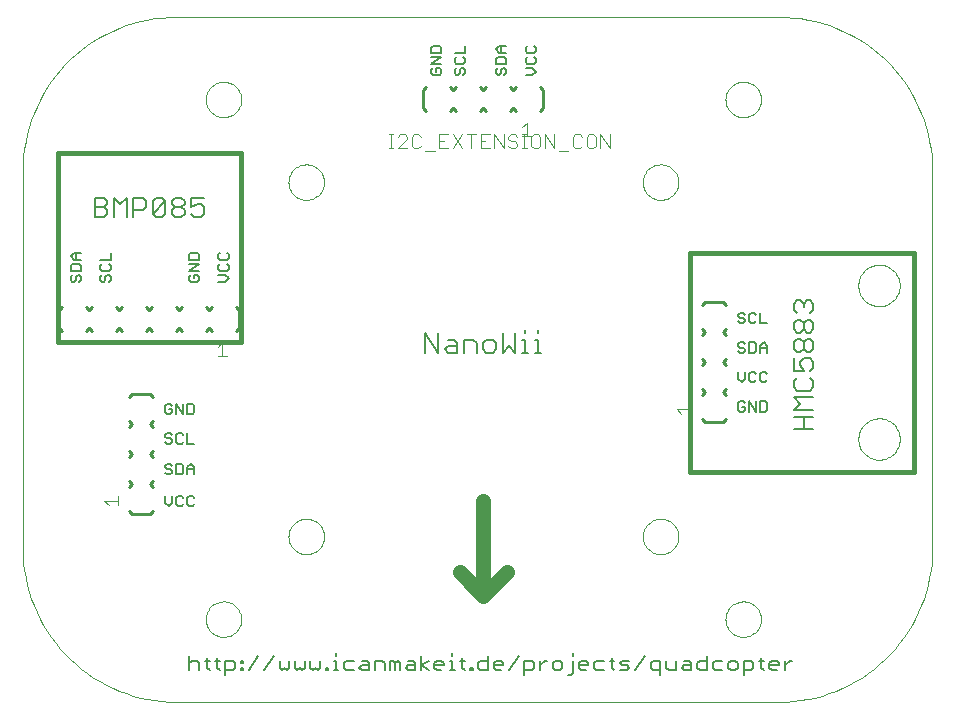
<source format=gto>
G75*
G70*
%OFA0B0*%
%FSLAX24Y24*%
%IPPOS*%
%LPD*%
%AMOC8*
5,1,8,0,0,1.08239X$1,22.5*
%
%ADD10C,0.0000*%
%ADD11C,0.0500*%
%ADD12C,0.0160*%
%ADD13C,0.0060*%
%ADD14C,0.0080*%
%ADD15C,0.0040*%
%ADD16C,0.0100*%
D10*
X005298Y000180D02*
X025377Y000180D01*
X023605Y002936D02*
X023607Y002984D01*
X023613Y003032D01*
X023623Y003079D01*
X023636Y003125D01*
X023654Y003170D01*
X023674Y003214D01*
X023699Y003256D01*
X023727Y003295D01*
X023757Y003332D01*
X023791Y003366D01*
X023828Y003398D01*
X023866Y003427D01*
X023907Y003452D01*
X023950Y003474D01*
X023995Y003492D01*
X024041Y003506D01*
X024088Y003517D01*
X024136Y003524D01*
X024184Y003527D01*
X024232Y003526D01*
X024280Y003521D01*
X024328Y003512D01*
X024374Y003500D01*
X024419Y003483D01*
X024463Y003463D01*
X024505Y003440D01*
X024545Y003413D01*
X024583Y003383D01*
X024618Y003350D01*
X024650Y003314D01*
X024680Y003276D01*
X024706Y003235D01*
X024728Y003192D01*
X024748Y003148D01*
X024763Y003103D01*
X024775Y003056D01*
X024783Y003008D01*
X024787Y002960D01*
X024787Y002912D01*
X024783Y002864D01*
X024775Y002816D01*
X024763Y002769D01*
X024748Y002724D01*
X024728Y002680D01*
X024706Y002637D01*
X024680Y002596D01*
X024650Y002558D01*
X024618Y002522D01*
X024583Y002489D01*
X024545Y002459D01*
X024505Y002432D01*
X024463Y002409D01*
X024419Y002389D01*
X024374Y002372D01*
X024328Y002360D01*
X024280Y002351D01*
X024232Y002346D01*
X024184Y002345D01*
X024136Y002348D01*
X024088Y002355D01*
X024041Y002366D01*
X023995Y002380D01*
X023950Y002398D01*
X023907Y002420D01*
X023866Y002445D01*
X023828Y002474D01*
X023791Y002506D01*
X023757Y002540D01*
X023727Y002577D01*
X023699Y002616D01*
X023674Y002658D01*
X023654Y002702D01*
X023636Y002747D01*
X023623Y002793D01*
X023613Y002840D01*
X023607Y002888D01*
X023605Y002936D01*
X025377Y000180D02*
X025621Y000186D01*
X025863Y000203D01*
X026105Y000232D01*
X026346Y000272D01*
X026584Y000324D01*
X026819Y000387D01*
X027051Y000461D01*
X027279Y000547D01*
X027503Y000643D01*
X027722Y000749D01*
X027936Y000866D01*
X028144Y000992D01*
X028346Y001129D01*
X028541Y001275D01*
X028729Y001430D01*
X028909Y001594D01*
X029081Y001766D01*
X029245Y001946D01*
X029400Y002134D01*
X029546Y002329D01*
X029683Y002531D01*
X029809Y002739D01*
X029926Y002953D01*
X030032Y003172D01*
X030128Y003396D01*
X030214Y003624D01*
X030288Y003856D01*
X030351Y004091D01*
X030403Y004329D01*
X030443Y004570D01*
X030472Y004812D01*
X030489Y005054D01*
X030495Y005298D01*
X030495Y017897D01*
X028034Y014058D02*
X028036Y014110D01*
X028042Y014162D01*
X028052Y014213D01*
X028065Y014263D01*
X028083Y014313D01*
X028104Y014360D01*
X028128Y014406D01*
X028157Y014450D01*
X028188Y014492D01*
X028222Y014531D01*
X028259Y014568D01*
X028299Y014601D01*
X028342Y014632D01*
X028386Y014659D01*
X028432Y014683D01*
X028481Y014703D01*
X028530Y014719D01*
X028581Y014732D01*
X028632Y014741D01*
X028684Y014746D01*
X028736Y014747D01*
X028788Y014744D01*
X028840Y014737D01*
X028891Y014726D01*
X028941Y014712D01*
X028990Y014693D01*
X029037Y014671D01*
X029082Y014646D01*
X029126Y014617D01*
X029167Y014585D01*
X029206Y014550D01*
X029241Y014512D01*
X029274Y014471D01*
X029304Y014429D01*
X029330Y014384D01*
X029353Y014337D01*
X029372Y014288D01*
X029388Y014238D01*
X029400Y014188D01*
X029408Y014136D01*
X029412Y014084D01*
X029412Y014032D01*
X029408Y013980D01*
X029400Y013928D01*
X029388Y013878D01*
X029372Y013828D01*
X029353Y013779D01*
X029330Y013732D01*
X029304Y013687D01*
X029274Y013645D01*
X029241Y013604D01*
X029206Y013566D01*
X029167Y013531D01*
X029126Y013499D01*
X029082Y013470D01*
X029037Y013445D01*
X028990Y013423D01*
X028941Y013404D01*
X028891Y013390D01*
X028840Y013379D01*
X028788Y013372D01*
X028736Y013369D01*
X028684Y013370D01*
X028632Y013375D01*
X028581Y013384D01*
X028530Y013397D01*
X028481Y013413D01*
X028432Y013433D01*
X028386Y013457D01*
X028342Y013484D01*
X028299Y013515D01*
X028259Y013548D01*
X028222Y013585D01*
X028188Y013624D01*
X028157Y013666D01*
X028128Y013710D01*
X028104Y013756D01*
X028083Y013803D01*
X028065Y013853D01*
X028052Y013903D01*
X028042Y013954D01*
X028036Y014006D01*
X028034Y014058D01*
X030495Y017897D02*
X030489Y018141D01*
X030472Y018383D01*
X030443Y018625D01*
X030403Y018866D01*
X030351Y019104D01*
X030288Y019339D01*
X030214Y019571D01*
X030128Y019799D01*
X030032Y020023D01*
X029926Y020242D01*
X029809Y020456D01*
X029683Y020664D01*
X029546Y020866D01*
X029400Y021061D01*
X029245Y021249D01*
X029081Y021429D01*
X028909Y021601D01*
X028729Y021765D01*
X028541Y021920D01*
X028346Y022066D01*
X028144Y022203D01*
X027936Y022329D01*
X027722Y022446D01*
X027503Y022552D01*
X027279Y022648D01*
X027051Y022734D01*
X026819Y022808D01*
X026584Y022871D01*
X026346Y022923D01*
X026105Y022963D01*
X025863Y022992D01*
X025621Y023009D01*
X025377Y023015D01*
X005298Y023015D01*
X006282Y020259D02*
X006284Y020307D01*
X006290Y020355D01*
X006300Y020402D01*
X006313Y020448D01*
X006331Y020493D01*
X006351Y020537D01*
X006376Y020579D01*
X006404Y020618D01*
X006434Y020655D01*
X006468Y020689D01*
X006505Y020721D01*
X006543Y020750D01*
X006584Y020775D01*
X006627Y020797D01*
X006672Y020815D01*
X006718Y020829D01*
X006765Y020840D01*
X006813Y020847D01*
X006861Y020850D01*
X006909Y020849D01*
X006957Y020844D01*
X007005Y020835D01*
X007051Y020823D01*
X007096Y020806D01*
X007140Y020786D01*
X007182Y020763D01*
X007222Y020736D01*
X007260Y020706D01*
X007295Y020673D01*
X007327Y020637D01*
X007357Y020599D01*
X007383Y020558D01*
X007405Y020515D01*
X007425Y020471D01*
X007440Y020426D01*
X007452Y020379D01*
X007460Y020331D01*
X007464Y020283D01*
X007464Y020235D01*
X007460Y020187D01*
X007452Y020139D01*
X007440Y020092D01*
X007425Y020047D01*
X007405Y020003D01*
X007383Y019960D01*
X007357Y019919D01*
X007327Y019881D01*
X007295Y019845D01*
X007260Y019812D01*
X007222Y019782D01*
X007182Y019755D01*
X007140Y019732D01*
X007096Y019712D01*
X007051Y019695D01*
X007005Y019683D01*
X006957Y019674D01*
X006909Y019669D01*
X006861Y019668D01*
X006813Y019671D01*
X006765Y019678D01*
X006718Y019689D01*
X006672Y019703D01*
X006627Y019721D01*
X006584Y019743D01*
X006543Y019768D01*
X006505Y019797D01*
X006468Y019829D01*
X006434Y019863D01*
X006404Y019900D01*
X006376Y019939D01*
X006351Y019981D01*
X006331Y020025D01*
X006313Y020070D01*
X006300Y020116D01*
X006290Y020163D01*
X006284Y020211D01*
X006282Y020259D01*
X005298Y023015D02*
X005054Y023009D01*
X004812Y022992D01*
X004570Y022963D01*
X004329Y022923D01*
X004091Y022871D01*
X003856Y022808D01*
X003624Y022734D01*
X003396Y022648D01*
X003172Y022552D01*
X002953Y022446D01*
X002739Y022329D01*
X002531Y022203D01*
X002329Y022066D01*
X002134Y021920D01*
X001946Y021765D01*
X001766Y021601D01*
X001594Y021429D01*
X001430Y021249D01*
X001275Y021061D01*
X001129Y020866D01*
X000992Y020664D01*
X000866Y020456D01*
X000749Y020242D01*
X000643Y020023D01*
X000547Y019799D01*
X000461Y019571D01*
X000387Y019339D01*
X000324Y019104D01*
X000272Y018866D01*
X000232Y018625D01*
X000203Y018383D01*
X000186Y018141D01*
X000180Y017897D01*
X000180Y005298D01*
X000186Y005054D01*
X000203Y004812D01*
X000232Y004570D01*
X000272Y004329D01*
X000324Y004091D01*
X000387Y003856D01*
X000461Y003624D01*
X000547Y003396D01*
X000643Y003172D01*
X000749Y002953D01*
X000866Y002739D01*
X000992Y002531D01*
X001129Y002329D01*
X001275Y002134D01*
X001430Y001946D01*
X001594Y001766D01*
X001766Y001594D01*
X001946Y001430D01*
X002134Y001275D01*
X002329Y001129D01*
X002531Y000992D01*
X002739Y000866D01*
X002953Y000749D01*
X003172Y000643D01*
X003396Y000547D01*
X003624Y000461D01*
X003856Y000387D01*
X004091Y000324D01*
X004329Y000272D01*
X004570Y000232D01*
X004812Y000203D01*
X005054Y000186D01*
X005298Y000180D01*
X006282Y002936D02*
X006284Y002984D01*
X006290Y003032D01*
X006300Y003079D01*
X006313Y003125D01*
X006331Y003170D01*
X006351Y003214D01*
X006376Y003256D01*
X006404Y003295D01*
X006434Y003332D01*
X006468Y003366D01*
X006505Y003398D01*
X006543Y003427D01*
X006584Y003452D01*
X006627Y003474D01*
X006672Y003492D01*
X006718Y003506D01*
X006765Y003517D01*
X006813Y003524D01*
X006861Y003527D01*
X006909Y003526D01*
X006957Y003521D01*
X007005Y003512D01*
X007051Y003500D01*
X007096Y003483D01*
X007140Y003463D01*
X007182Y003440D01*
X007222Y003413D01*
X007260Y003383D01*
X007295Y003350D01*
X007327Y003314D01*
X007357Y003276D01*
X007383Y003235D01*
X007405Y003192D01*
X007425Y003148D01*
X007440Y003103D01*
X007452Y003056D01*
X007460Y003008D01*
X007464Y002960D01*
X007464Y002912D01*
X007460Y002864D01*
X007452Y002816D01*
X007440Y002769D01*
X007425Y002724D01*
X007405Y002680D01*
X007383Y002637D01*
X007357Y002596D01*
X007327Y002558D01*
X007295Y002522D01*
X007260Y002489D01*
X007222Y002459D01*
X007182Y002432D01*
X007140Y002409D01*
X007096Y002389D01*
X007051Y002372D01*
X007005Y002360D01*
X006957Y002351D01*
X006909Y002346D01*
X006861Y002345D01*
X006813Y002348D01*
X006765Y002355D01*
X006718Y002366D01*
X006672Y002380D01*
X006627Y002398D01*
X006584Y002420D01*
X006543Y002445D01*
X006505Y002474D01*
X006468Y002506D01*
X006434Y002540D01*
X006404Y002577D01*
X006376Y002616D01*
X006351Y002658D01*
X006331Y002702D01*
X006313Y002747D01*
X006300Y002793D01*
X006290Y002840D01*
X006284Y002888D01*
X006282Y002936D01*
X009038Y005692D02*
X009040Y005740D01*
X009046Y005788D01*
X009056Y005835D01*
X009069Y005881D01*
X009087Y005926D01*
X009107Y005970D01*
X009132Y006012D01*
X009160Y006051D01*
X009190Y006088D01*
X009224Y006122D01*
X009261Y006154D01*
X009299Y006183D01*
X009340Y006208D01*
X009383Y006230D01*
X009428Y006248D01*
X009474Y006262D01*
X009521Y006273D01*
X009569Y006280D01*
X009617Y006283D01*
X009665Y006282D01*
X009713Y006277D01*
X009761Y006268D01*
X009807Y006256D01*
X009852Y006239D01*
X009896Y006219D01*
X009938Y006196D01*
X009978Y006169D01*
X010016Y006139D01*
X010051Y006106D01*
X010083Y006070D01*
X010113Y006032D01*
X010139Y005991D01*
X010161Y005948D01*
X010181Y005904D01*
X010196Y005859D01*
X010208Y005812D01*
X010216Y005764D01*
X010220Y005716D01*
X010220Y005668D01*
X010216Y005620D01*
X010208Y005572D01*
X010196Y005525D01*
X010181Y005480D01*
X010161Y005436D01*
X010139Y005393D01*
X010113Y005352D01*
X010083Y005314D01*
X010051Y005278D01*
X010016Y005245D01*
X009978Y005215D01*
X009938Y005188D01*
X009896Y005165D01*
X009852Y005145D01*
X009807Y005128D01*
X009761Y005116D01*
X009713Y005107D01*
X009665Y005102D01*
X009617Y005101D01*
X009569Y005104D01*
X009521Y005111D01*
X009474Y005122D01*
X009428Y005136D01*
X009383Y005154D01*
X009340Y005176D01*
X009299Y005201D01*
X009261Y005230D01*
X009224Y005262D01*
X009190Y005296D01*
X009160Y005333D01*
X009132Y005372D01*
X009107Y005414D01*
X009087Y005458D01*
X009069Y005503D01*
X009056Y005549D01*
X009046Y005596D01*
X009040Y005644D01*
X009038Y005692D01*
X020849Y005692D02*
X020851Y005740D01*
X020857Y005788D01*
X020867Y005835D01*
X020880Y005881D01*
X020898Y005926D01*
X020918Y005970D01*
X020943Y006012D01*
X020971Y006051D01*
X021001Y006088D01*
X021035Y006122D01*
X021072Y006154D01*
X021110Y006183D01*
X021151Y006208D01*
X021194Y006230D01*
X021239Y006248D01*
X021285Y006262D01*
X021332Y006273D01*
X021380Y006280D01*
X021428Y006283D01*
X021476Y006282D01*
X021524Y006277D01*
X021572Y006268D01*
X021618Y006256D01*
X021663Y006239D01*
X021707Y006219D01*
X021749Y006196D01*
X021789Y006169D01*
X021827Y006139D01*
X021862Y006106D01*
X021894Y006070D01*
X021924Y006032D01*
X021950Y005991D01*
X021972Y005948D01*
X021992Y005904D01*
X022007Y005859D01*
X022019Y005812D01*
X022027Y005764D01*
X022031Y005716D01*
X022031Y005668D01*
X022027Y005620D01*
X022019Y005572D01*
X022007Y005525D01*
X021992Y005480D01*
X021972Y005436D01*
X021950Y005393D01*
X021924Y005352D01*
X021894Y005314D01*
X021862Y005278D01*
X021827Y005245D01*
X021789Y005215D01*
X021749Y005188D01*
X021707Y005165D01*
X021663Y005145D01*
X021618Y005128D01*
X021572Y005116D01*
X021524Y005107D01*
X021476Y005102D01*
X021428Y005101D01*
X021380Y005104D01*
X021332Y005111D01*
X021285Y005122D01*
X021239Y005136D01*
X021194Y005154D01*
X021151Y005176D01*
X021110Y005201D01*
X021072Y005230D01*
X021035Y005262D01*
X021001Y005296D01*
X020971Y005333D01*
X020943Y005372D01*
X020918Y005414D01*
X020898Y005458D01*
X020880Y005503D01*
X020867Y005549D01*
X020857Y005596D01*
X020851Y005644D01*
X020849Y005692D01*
X028034Y008940D02*
X028036Y008992D01*
X028042Y009044D01*
X028052Y009095D01*
X028065Y009145D01*
X028083Y009195D01*
X028104Y009242D01*
X028128Y009288D01*
X028157Y009332D01*
X028188Y009374D01*
X028222Y009413D01*
X028259Y009450D01*
X028299Y009483D01*
X028342Y009514D01*
X028386Y009541D01*
X028432Y009565D01*
X028481Y009585D01*
X028530Y009601D01*
X028581Y009614D01*
X028632Y009623D01*
X028684Y009628D01*
X028736Y009629D01*
X028788Y009626D01*
X028840Y009619D01*
X028891Y009608D01*
X028941Y009594D01*
X028990Y009575D01*
X029037Y009553D01*
X029082Y009528D01*
X029126Y009499D01*
X029167Y009467D01*
X029206Y009432D01*
X029241Y009394D01*
X029274Y009353D01*
X029304Y009311D01*
X029330Y009266D01*
X029353Y009219D01*
X029372Y009170D01*
X029388Y009120D01*
X029400Y009070D01*
X029408Y009018D01*
X029412Y008966D01*
X029412Y008914D01*
X029408Y008862D01*
X029400Y008810D01*
X029388Y008760D01*
X029372Y008710D01*
X029353Y008661D01*
X029330Y008614D01*
X029304Y008569D01*
X029274Y008527D01*
X029241Y008486D01*
X029206Y008448D01*
X029167Y008413D01*
X029126Y008381D01*
X029082Y008352D01*
X029037Y008327D01*
X028990Y008305D01*
X028941Y008286D01*
X028891Y008272D01*
X028840Y008261D01*
X028788Y008254D01*
X028736Y008251D01*
X028684Y008252D01*
X028632Y008257D01*
X028581Y008266D01*
X028530Y008279D01*
X028481Y008295D01*
X028432Y008315D01*
X028386Y008339D01*
X028342Y008366D01*
X028299Y008397D01*
X028259Y008430D01*
X028222Y008467D01*
X028188Y008506D01*
X028157Y008548D01*
X028128Y008592D01*
X028104Y008638D01*
X028083Y008685D01*
X028065Y008735D01*
X028052Y008785D01*
X028042Y008836D01*
X028036Y008888D01*
X028034Y008940D01*
X020849Y017503D02*
X020851Y017551D01*
X020857Y017599D01*
X020867Y017646D01*
X020880Y017692D01*
X020898Y017737D01*
X020918Y017781D01*
X020943Y017823D01*
X020971Y017862D01*
X021001Y017899D01*
X021035Y017933D01*
X021072Y017965D01*
X021110Y017994D01*
X021151Y018019D01*
X021194Y018041D01*
X021239Y018059D01*
X021285Y018073D01*
X021332Y018084D01*
X021380Y018091D01*
X021428Y018094D01*
X021476Y018093D01*
X021524Y018088D01*
X021572Y018079D01*
X021618Y018067D01*
X021663Y018050D01*
X021707Y018030D01*
X021749Y018007D01*
X021789Y017980D01*
X021827Y017950D01*
X021862Y017917D01*
X021894Y017881D01*
X021924Y017843D01*
X021950Y017802D01*
X021972Y017759D01*
X021992Y017715D01*
X022007Y017670D01*
X022019Y017623D01*
X022027Y017575D01*
X022031Y017527D01*
X022031Y017479D01*
X022027Y017431D01*
X022019Y017383D01*
X022007Y017336D01*
X021992Y017291D01*
X021972Y017247D01*
X021950Y017204D01*
X021924Y017163D01*
X021894Y017125D01*
X021862Y017089D01*
X021827Y017056D01*
X021789Y017026D01*
X021749Y016999D01*
X021707Y016976D01*
X021663Y016956D01*
X021618Y016939D01*
X021572Y016927D01*
X021524Y016918D01*
X021476Y016913D01*
X021428Y016912D01*
X021380Y016915D01*
X021332Y016922D01*
X021285Y016933D01*
X021239Y016947D01*
X021194Y016965D01*
X021151Y016987D01*
X021110Y017012D01*
X021072Y017041D01*
X021035Y017073D01*
X021001Y017107D01*
X020971Y017144D01*
X020943Y017183D01*
X020918Y017225D01*
X020898Y017269D01*
X020880Y017314D01*
X020867Y017360D01*
X020857Y017407D01*
X020851Y017455D01*
X020849Y017503D01*
X023605Y020259D02*
X023607Y020307D01*
X023613Y020355D01*
X023623Y020402D01*
X023636Y020448D01*
X023654Y020493D01*
X023674Y020537D01*
X023699Y020579D01*
X023727Y020618D01*
X023757Y020655D01*
X023791Y020689D01*
X023828Y020721D01*
X023866Y020750D01*
X023907Y020775D01*
X023950Y020797D01*
X023995Y020815D01*
X024041Y020829D01*
X024088Y020840D01*
X024136Y020847D01*
X024184Y020850D01*
X024232Y020849D01*
X024280Y020844D01*
X024328Y020835D01*
X024374Y020823D01*
X024419Y020806D01*
X024463Y020786D01*
X024505Y020763D01*
X024545Y020736D01*
X024583Y020706D01*
X024618Y020673D01*
X024650Y020637D01*
X024680Y020599D01*
X024706Y020558D01*
X024728Y020515D01*
X024748Y020471D01*
X024763Y020426D01*
X024775Y020379D01*
X024783Y020331D01*
X024787Y020283D01*
X024787Y020235D01*
X024783Y020187D01*
X024775Y020139D01*
X024763Y020092D01*
X024748Y020047D01*
X024728Y020003D01*
X024706Y019960D01*
X024680Y019919D01*
X024650Y019881D01*
X024618Y019845D01*
X024583Y019812D01*
X024545Y019782D01*
X024505Y019755D01*
X024463Y019732D01*
X024419Y019712D01*
X024374Y019695D01*
X024328Y019683D01*
X024280Y019674D01*
X024232Y019669D01*
X024184Y019668D01*
X024136Y019671D01*
X024088Y019678D01*
X024041Y019689D01*
X023995Y019703D01*
X023950Y019721D01*
X023907Y019743D01*
X023866Y019768D01*
X023828Y019797D01*
X023791Y019829D01*
X023757Y019863D01*
X023727Y019900D01*
X023699Y019939D01*
X023674Y019981D01*
X023654Y020025D01*
X023636Y020070D01*
X023623Y020116D01*
X023613Y020163D01*
X023607Y020211D01*
X023605Y020259D01*
X009038Y017503D02*
X009040Y017551D01*
X009046Y017599D01*
X009056Y017646D01*
X009069Y017692D01*
X009087Y017737D01*
X009107Y017781D01*
X009132Y017823D01*
X009160Y017862D01*
X009190Y017899D01*
X009224Y017933D01*
X009261Y017965D01*
X009299Y017994D01*
X009340Y018019D01*
X009383Y018041D01*
X009428Y018059D01*
X009474Y018073D01*
X009521Y018084D01*
X009569Y018091D01*
X009617Y018094D01*
X009665Y018093D01*
X009713Y018088D01*
X009761Y018079D01*
X009807Y018067D01*
X009852Y018050D01*
X009896Y018030D01*
X009938Y018007D01*
X009978Y017980D01*
X010016Y017950D01*
X010051Y017917D01*
X010083Y017881D01*
X010113Y017843D01*
X010139Y017802D01*
X010161Y017759D01*
X010181Y017715D01*
X010196Y017670D01*
X010208Y017623D01*
X010216Y017575D01*
X010220Y017527D01*
X010220Y017479D01*
X010216Y017431D01*
X010208Y017383D01*
X010196Y017336D01*
X010181Y017291D01*
X010161Y017247D01*
X010139Y017204D01*
X010113Y017163D01*
X010083Y017125D01*
X010051Y017089D01*
X010016Y017056D01*
X009978Y017026D01*
X009938Y016999D01*
X009896Y016976D01*
X009852Y016956D01*
X009807Y016939D01*
X009761Y016927D01*
X009713Y016918D01*
X009665Y016913D01*
X009617Y016912D01*
X009569Y016915D01*
X009521Y016922D01*
X009474Y016933D01*
X009428Y016947D01*
X009383Y016965D01*
X009340Y016987D01*
X009299Y017012D01*
X009261Y017041D01*
X009224Y017073D01*
X009190Y017107D01*
X009160Y017144D01*
X009132Y017183D01*
X009107Y017225D01*
X009087Y017269D01*
X009069Y017314D01*
X009056Y017360D01*
X009046Y017407D01*
X009040Y017455D01*
X009038Y017503D01*
D11*
X015534Y006873D02*
X015534Y003723D01*
X014747Y004511D01*
X015534Y003723D02*
X016322Y004511D01*
D12*
X022424Y007857D02*
X022424Y015141D01*
X029904Y015141D01*
X029904Y007857D01*
X022424Y007857D01*
X007463Y012188D02*
X007463Y018487D01*
X001361Y018487D01*
X001361Y012188D01*
X007463Y012188D01*
D13*
X006929Y014186D02*
X006703Y014186D01*
X006929Y014186D02*
X007043Y014300D01*
X006929Y014413D01*
X006703Y014413D01*
X006759Y014555D02*
X006703Y014611D01*
X006703Y014725D01*
X006759Y014782D01*
X006759Y014923D02*
X006703Y014980D01*
X006703Y015093D01*
X006759Y015150D01*
X006759Y014923D02*
X006986Y014923D01*
X007043Y014980D01*
X007043Y015093D01*
X006986Y015150D01*
X006986Y014782D02*
X007043Y014725D01*
X007043Y014611D01*
X006986Y014555D01*
X006759Y014555D01*
X006059Y014555D02*
X005718Y014555D01*
X006059Y014782D01*
X005718Y014782D01*
X005718Y014923D02*
X005718Y015093D01*
X005775Y015150D01*
X006002Y015150D01*
X006059Y015093D01*
X006059Y014923D01*
X005718Y014923D01*
X005775Y014413D02*
X005718Y014357D01*
X005718Y014243D01*
X005775Y014186D01*
X006002Y014186D01*
X006059Y014243D01*
X006059Y014357D01*
X006002Y014413D01*
X005889Y014413D01*
X005889Y014300D01*
X005902Y016352D02*
X005795Y016458D01*
X005902Y016352D02*
X006115Y016352D01*
X006222Y016458D01*
X006222Y016672D01*
X006115Y016779D01*
X006008Y016779D01*
X005795Y016672D01*
X005795Y016992D01*
X006222Y016992D01*
X005577Y016886D02*
X005577Y016779D01*
X005471Y016672D01*
X005257Y016672D01*
X005150Y016779D01*
X005150Y016886D01*
X005257Y016992D01*
X005471Y016992D01*
X005577Y016886D01*
X005471Y016672D02*
X005577Y016565D01*
X005577Y016458D01*
X005471Y016352D01*
X005257Y016352D01*
X005150Y016458D01*
X005150Y016565D01*
X005257Y016672D01*
X004933Y016458D02*
X004826Y016352D01*
X004613Y016352D01*
X004506Y016458D01*
X004933Y016886D01*
X004933Y016458D01*
X004506Y016458D02*
X004506Y016886D01*
X004613Y016992D01*
X004826Y016992D01*
X004933Y016886D01*
X004288Y016886D02*
X004288Y016672D01*
X004182Y016565D01*
X003861Y016565D01*
X003861Y016352D02*
X003861Y016992D01*
X004182Y016992D01*
X004288Y016886D01*
X003644Y016992D02*
X003644Y016352D01*
X003217Y016352D02*
X003217Y016992D01*
X003430Y016779D01*
X003644Y016992D01*
X002999Y016886D02*
X002999Y016779D01*
X002892Y016672D01*
X002572Y016672D01*
X002572Y016352D02*
X002892Y016352D01*
X002999Y016458D01*
X002999Y016565D01*
X002892Y016672D01*
X002999Y016886D02*
X002892Y016992D01*
X002572Y016992D01*
X002572Y016352D01*
X002122Y015150D02*
X001895Y015150D01*
X001781Y015036D01*
X001895Y014923D01*
X002122Y014923D01*
X002065Y014782D02*
X001838Y014782D01*
X001781Y014725D01*
X001781Y014555D01*
X002122Y014555D01*
X002122Y014725D01*
X002065Y014782D01*
X001952Y014923D02*
X001952Y015150D01*
X002008Y014413D02*
X002065Y014413D01*
X002122Y014357D01*
X002122Y014243D01*
X002065Y014186D01*
X001952Y014243D02*
X001952Y014357D01*
X002008Y014413D01*
X001838Y014413D02*
X001781Y014357D01*
X001781Y014243D01*
X001838Y014186D01*
X001895Y014186D01*
X001952Y014243D01*
X002766Y014243D02*
X002822Y014186D01*
X002879Y014186D01*
X002936Y014243D01*
X002936Y014357D01*
X002992Y014413D01*
X003049Y014413D01*
X003106Y014357D01*
X003106Y014243D01*
X003049Y014186D01*
X002766Y014243D02*
X002766Y014357D01*
X002822Y014413D01*
X002822Y014555D02*
X003049Y014555D01*
X003106Y014611D01*
X003106Y014725D01*
X003049Y014782D01*
X003106Y014923D02*
X002766Y014923D01*
X002822Y014782D02*
X002766Y014725D01*
X002766Y014611D01*
X002822Y014555D01*
X003106Y014923D02*
X003106Y015150D01*
X004991Y010114D02*
X004934Y010057D01*
X004934Y009830D01*
X004991Y009774D01*
X005105Y009774D01*
X005161Y009830D01*
X005161Y009944D01*
X005048Y009944D01*
X005161Y010057D02*
X005105Y010114D01*
X004991Y010114D01*
X005303Y010114D02*
X005303Y009774D01*
X005530Y009774D02*
X005303Y010114D01*
X005530Y010114D02*
X005530Y009774D01*
X005671Y009774D02*
X005841Y009774D01*
X005898Y009830D01*
X005898Y010057D01*
X005841Y010114D01*
X005671Y010114D01*
X005671Y009774D01*
X005671Y009130D02*
X005671Y008790D01*
X005898Y008790D01*
X005530Y008846D02*
X005473Y008790D01*
X005359Y008790D01*
X005303Y008846D01*
X005303Y009073D01*
X005359Y009130D01*
X005473Y009130D01*
X005530Y009073D01*
X005161Y009073D02*
X005105Y009130D01*
X004991Y009130D01*
X004934Y009073D01*
X004934Y009016D01*
X004991Y008960D01*
X005105Y008960D01*
X005161Y008903D01*
X005161Y008846D01*
X005105Y008790D01*
X004991Y008790D01*
X004934Y008846D01*
X004991Y008106D02*
X004934Y008049D01*
X004934Y007993D01*
X004991Y007936D01*
X005105Y007936D01*
X005161Y007879D01*
X005161Y007823D01*
X005105Y007766D01*
X004991Y007766D01*
X004934Y007823D01*
X004991Y008106D02*
X005105Y008106D01*
X005161Y008049D01*
X005303Y008106D02*
X005303Y007766D01*
X005473Y007766D01*
X005530Y007823D01*
X005530Y008049D01*
X005473Y008106D01*
X005303Y008106D01*
X005671Y007993D02*
X005671Y007766D01*
X005671Y007936D02*
X005898Y007936D01*
X005898Y007993D02*
X005898Y007766D01*
X005898Y007993D02*
X005784Y008106D01*
X005671Y007993D01*
X005728Y007043D02*
X005671Y006986D01*
X005671Y006760D01*
X005728Y006703D01*
X005841Y006703D01*
X005898Y006760D01*
X005898Y006986D02*
X005841Y007043D01*
X005728Y007043D01*
X005530Y006986D02*
X005473Y007043D01*
X005359Y007043D01*
X005303Y006986D01*
X005303Y006760D01*
X005359Y006703D01*
X005473Y006703D01*
X005530Y006760D01*
X005161Y006816D02*
X005048Y006703D01*
X004934Y006816D01*
X004934Y007043D01*
X005161Y007043D02*
X005161Y006816D01*
X013596Y011824D02*
X013596Y012465D01*
X014023Y011824D01*
X014023Y012465D01*
X014347Y012251D02*
X014561Y012251D01*
X014667Y012144D01*
X014667Y011824D01*
X014347Y011824D01*
X014240Y011931D01*
X014347Y012038D01*
X014667Y012038D01*
X014885Y012251D02*
X014885Y011824D01*
X015312Y011824D02*
X015312Y012144D01*
X015205Y012251D01*
X014885Y012251D01*
X015529Y012144D02*
X015529Y011931D01*
X015636Y011824D01*
X015850Y011824D01*
X015957Y011931D01*
X015957Y012144D01*
X015850Y012251D01*
X015636Y012251D01*
X015529Y012144D01*
X016174Y011824D02*
X016388Y012038D01*
X016601Y011824D01*
X016601Y012465D01*
X016819Y012251D02*
X016925Y012251D01*
X016925Y011824D01*
X016819Y011824D02*
X017032Y011824D01*
X017248Y011824D02*
X017462Y011824D01*
X017355Y011824D02*
X017355Y012251D01*
X017248Y012251D01*
X017355Y012465D02*
X017355Y012571D01*
X016925Y012571D02*
X016925Y012465D01*
X016174Y012465D02*
X016174Y011824D01*
X024029Y011878D02*
X024086Y011821D01*
X024199Y011821D01*
X024256Y011878D01*
X024256Y011934D01*
X024199Y011991D01*
X024086Y011991D01*
X024029Y012048D01*
X024029Y012105D01*
X024086Y012161D01*
X024199Y012161D01*
X024256Y012105D01*
X024397Y012161D02*
X024567Y012161D01*
X024624Y012105D01*
X024624Y011878D01*
X024567Y011821D01*
X024397Y011821D01*
X024397Y012161D01*
X024766Y012048D02*
X024879Y012161D01*
X024992Y012048D01*
X024992Y011821D01*
X024992Y011991D02*
X024766Y011991D01*
X024766Y012048D02*
X024766Y011821D01*
X024822Y011177D02*
X024766Y011120D01*
X024766Y010893D01*
X024822Y010837D01*
X024936Y010837D01*
X024992Y010893D01*
X024992Y011120D02*
X024936Y011177D01*
X024822Y011177D01*
X024624Y011120D02*
X024567Y011177D01*
X024454Y011177D01*
X024397Y011120D01*
X024397Y010893D01*
X024454Y010837D01*
X024567Y010837D01*
X024624Y010893D01*
X024256Y010950D02*
X024256Y011177D01*
X024256Y010950D02*
X024142Y010837D01*
X024029Y010950D01*
X024029Y011177D01*
X024086Y010193D02*
X024029Y010136D01*
X024029Y009909D01*
X024086Y009853D01*
X024199Y009853D01*
X024256Y009909D01*
X024256Y010023D01*
X024142Y010023D01*
X024256Y010136D02*
X024199Y010193D01*
X024086Y010193D01*
X024397Y010193D02*
X024397Y009853D01*
X024624Y009853D02*
X024397Y010193D01*
X024624Y010193D02*
X024624Y009853D01*
X024766Y009853D02*
X024936Y009853D01*
X024992Y009909D01*
X024992Y010136D01*
X024936Y010193D01*
X024766Y010193D01*
X024766Y009853D01*
X025887Y009910D02*
X026101Y010123D01*
X025887Y010337D01*
X026528Y010337D01*
X026421Y010554D02*
X026528Y010661D01*
X026528Y010874D01*
X026421Y010981D01*
X026421Y011199D02*
X026528Y011306D01*
X026528Y011519D01*
X026421Y011626D01*
X026208Y011626D01*
X026101Y011519D01*
X026101Y011412D01*
X026208Y011199D01*
X025887Y011199D01*
X025887Y011626D01*
X025994Y011843D02*
X026101Y011843D01*
X026208Y011950D01*
X026208Y012164D01*
X026314Y012270D01*
X026421Y012270D01*
X026528Y012164D01*
X026528Y011950D01*
X026421Y011843D01*
X026314Y011843D01*
X026208Y011950D01*
X026208Y012164D02*
X026101Y012270D01*
X025994Y012270D01*
X025887Y012164D01*
X025887Y011950D01*
X025994Y011843D01*
X025994Y012488D02*
X026101Y012488D01*
X026208Y012595D01*
X026208Y012808D01*
X026314Y012915D01*
X026421Y012915D01*
X026528Y012808D01*
X026528Y012595D01*
X026421Y012488D01*
X026314Y012488D01*
X026208Y012595D01*
X026208Y012808D02*
X026101Y012915D01*
X025994Y012915D01*
X025887Y012808D01*
X025887Y012595D01*
X025994Y012488D01*
X025994Y013132D02*
X025887Y013239D01*
X025887Y013453D01*
X025994Y013559D01*
X026101Y013559D01*
X026208Y013453D01*
X026314Y013559D01*
X026421Y013559D01*
X026528Y013453D01*
X026528Y013239D01*
X026421Y013132D01*
X026208Y013346D02*
X026208Y013453D01*
X024992Y012805D02*
X024766Y012805D01*
X024766Y013146D01*
X024624Y013089D02*
X024567Y013146D01*
X024454Y013146D01*
X024397Y013089D01*
X024397Y012862D01*
X024454Y012805D01*
X024567Y012805D01*
X024624Y012862D01*
X024256Y012862D02*
X024199Y012805D01*
X024086Y012805D01*
X024029Y012862D01*
X024086Y012975D02*
X024199Y012975D01*
X024256Y012919D01*
X024256Y012862D01*
X024086Y012975D02*
X024029Y013032D01*
X024029Y013089D01*
X024086Y013146D01*
X024199Y013146D01*
X024256Y013089D01*
X025994Y010981D02*
X025887Y010874D01*
X025887Y010661D01*
X025994Y010554D01*
X026421Y010554D01*
X026528Y009910D02*
X025887Y009910D01*
X025887Y009692D02*
X026528Y009692D01*
X026208Y009692D02*
X026208Y009265D01*
X026528Y009265D02*
X025887Y009265D01*
X017166Y021076D02*
X017279Y021190D01*
X017166Y021303D01*
X016939Y021303D01*
X016996Y021444D02*
X017222Y021444D01*
X017279Y021501D01*
X017279Y021615D01*
X017222Y021671D01*
X017222Y021813D02*
X016996Y021813D01*
X016939Y021869D01*
X016939Y021983D01*
X016996Y022040D01*
X017222Y022040D02*
X017279Y021983D01*
X017279Y021869D01*
X017222Y021813D01*
X016996Y021671D02*
X016939Y021615D01*
X016939Y021501D01*
X016996Y021444D01*
X016939Y021076D02*
X017166Y021076D01*
X016295Y021133D02*
X016238Y021076D01*
X016295Y021133D02*
X016295Y021246D01*
X016238Y021303D01*
X016181Y021303D01*
X016125Y021246D01*
X016125Y021133D01*
X016068Y021076D01*
X016011Y021076D01*
X015955Y021133D01*
X015955Y021246D01*
X016011Y021303D01*
X015955Y021444D02*
X015955Y021615D01*
X016011Y021671D01*
X016238Y021671D01*
X016295Y021615D01*
X016295Y021444D01*
X015955Y021444D01*
X016068Y021813D02*
X015955Y021926D01*
X016068Y022040D01*
X016295Y022040D01*
X016125Y022040D02*
X016125Y021813D01*
X016068Y021813D02*
X016295Y021813D01*
X014917Y021813D02*
X014917Y022040D01*
X014917Y021813D02*
X014577Y021813D01*
X014633Y021671D02*
X014577Y021615D01*
X014577Y021501D01*
X014633Y021444D01*
X014860Y021444D01*
X014917Y021501D01*
X014917Y021615D01*
X014860Y021671D01*
X014860Y021303D02*
X014917Y021246D01*
X014917Y021133D01*
X014860Y021076D01*
X014747Y021133D02*
X014747Y021246D01*
X014803Y021303D01*
X014860Y021303D01*
X014747Y021133D02*
X014690Y021076D01*
X014633Y021076D01*
X014577Y021133D01*
X014577Y021246D01*
X014633Y021303D01*
X014130Y021246D02*
X014073Y021303D01*
X013959Y021303D01*
X013959Y021190D01*
X013846Y021303D02*
X013789Y021246D01*
X013789Y021133D01*
X013846Y021076D01*
X014073Y021076D01*
X014130Y021133D01*
X014130Y021246D01*
X014130Y021444D02*
X013789Y021444D01*
X014130Y021671D01*
X013789Y021671D01*
X013789Y021813D02*
X013789Y021983D01*
X013846Y022040D01*
X014073Y022040D01*
X014130Y021983D01*
X014130Y021813D01*
X013789Y021813D01*
D14*
X014492Y001795D02*
X014492Y001715D01*
X014492Y001555D02*
X014412Y001555D01*
X014492Y001555D02*
X014492Y001235D01*
X014412Y001235D02*
X014572Y001235D01*
X014836Y001315D02*
X014916Y001235D01*
X014836Y001315D02*
X014836Y001635D01*
X014756Y001555D02*
X014916Y001555D01*
X015099Y001315D02*
X015179Y001315D01*
X015179Y001235D01*
X015099Y001235D01*
X015099Y001315D01*
X015357Y001315D02*
X015357Y001475D01*
X015437Y001555D01*
X015677Y001555D01*
X015677Y001715D02*
X015677Y001235D01*
X015437Y001235D01*
X015357Y001315D01*
X015873Y001315D02*
X015873Y001475D01*
X015953Y001555D01*
X016113Y001555D01*
X016193Y001475D01*
X016193Y001395D01*
X015873Y001395D01*
X015873Y001315D02*
X015953Y001235D01*
X016113Y001235D01*
X016388Y001235D02*
X016709Y001715D01*
X016904Y001555D02*
X017144Y001555D01*
X017224Y001475D01*
X017224Y001315D01*
X017144Y001235D01*
X016904Y001235D01*
X016904Y001075D02*
X016904Y001555D01*
X017420Y001555D02*
X017420Y001235D01*
X017420Y001395D02*
X017580Y001555D01*
X017660Y001555D01*
X017849Y001475D02*
X017849Y001315D01*
X017929Y001235D01*
X018090Y001235D01*
X018170Y001315D01*
X018170Y001475D01*
X018090Y001555D01*
X017929Y001555D01*
X017849Y001475D01*
X018365Y001075D02*
X018445Y001075D01*
X018525Y001155D01*
X018525Y001555D01*
X018525Y001715D02*
X018525Y001795D01*
X018789Y001555D02*
X018709Y001475D01*
X018709Y001315D01*
X018789Y001235D01*
X018949Y001235D01*
X019029Y001395D02*
X018709Y001395D01*
X018789Y001555D02*
X018949Y001555D01*
X019029Y001475D01*
X019029Y001395D01*
X019224Y001475D02*
X019224Y001315D01*
X019304Y001235D01*
X019545Y001235D01*
X019820Y001315D02*
X019900Y001235D01*
X019820Y001315D02*
X019820Y001635D01*
X019740Y001555D02*
X019900Y001555D01*
X020084Y001475D02*
X020164Y001555D01*
X020404Y001555D01*
X020324Y001395D02*
X020164Y001395D01*
X020084Y001475D01*
X020084Y001235D02*
X020324Y001235D01*
X020404Y001315D01*
X020324Y001395D01*
X020599Y001235D02*
X020920Y001715D01*
X021115Y001475D02*
X021115Y001315D01*
X021195Y001235D01*
X021435Y001235D01*
X021435Y001075D02*
X021435Y001555D01*
X021195Y001555D01*
X021115Y001475D01*
X021631Y001555D02*
X021631Y001315D01*
X021711Y001235D01*
X021951Y001235D01*
X021951Y001555D01*
X022226Y001555D02*
X022387Y001555D01*
X022467Y001475D01*
X022467Y001235D01*
X022226Y001235D01*
X022146Y001315D01*
X022226Y001395D01*
X022467Y001395D01*
X022662Y001475D02*
X022742Y001555D01*
X022982Y001555D01*
X022982Y001715D02*
X022982Y001235D01*
X022742Y001235D01*
X022662Y001315D01*
X022662Y001475D01*
X023178Y001475D02*
X023178Y001315D01*
X023258Y001235D01*
X023498Y001235D01*
X023693Y001315D02*
X023693Y001475D01*
X023773Y001555D01*
X023933Y001555D01*
X024014Y001475D01*
X024014Y001315D01*
X023933Y001235D01*
X023773Y001235D01*
X023693Y001315D01*
X023498Y001555D02*
X023258Y001555D01*
X023178Y001475D01*
X024209Y001555D02*
X024209Y001075D01*
X024209Y001235D02*
X024449Y001235D01*
X024529Y001315D01*
X024529Y001475D01*
X024449Y001555D01*
X024209Y001555D01*
X024725Y001555D02*
X024885Y001555D01*
X024805Y001635D02*
X024805Y001315D01*
X024885Y001235D01*
X025068Y001315D02*
X025068Y001475D01*
X025148Y001555D01*
X025309Y001555D01*
X025389Y001475D01*
X025389Y001395D01*
X025068Y001395D01*
X025068Y001315D02*
X025148Y001235D01*
X025309Y001235D01*
X025584Y001235D02*
X025584Y001555D01*
X025584Y001395D02*
X025744Y001555D01*
X025824Y001555D01*
X019545Y001555D02*
X019304Y001555D01*
X019224Y001475D01*
X014216Y001475D02*
X014216Y001395D01*
X013896Y001395D01*
X013896Y001475D02*
X013976Y001555D01*
X014136Y001555D01*
X014216Y001475D01*
X014136Y001235D02*
X013976Y001235D01*
X013896Y001315D01*
X013896Y001475D01*
X013707Y001555D02*
X013466Y001395D01*
X013707Y001235D01*
X013466Y001235D02*
X013466Y001715D01*
X013271Y001475D02*
X013191Y001555D01*
X013031Y001555D01*
X013031Y001395D02*
X013271Y001395D01*
X013271Y001475D02*
X013271Y001235D01*
X013031Y001235D01*
X012951Y001315D01*
X013031Y001395D01*
X012755Y001475D02*
X012755Y001235D01*
X012595Y001235D02*
X012595Y001475D01*
X012675Y001555D01*
X012755Y001475D01*
X012595Y001475D02*
X012515Y001555D01*
X012435Y001555D01*
X012435Y001235D01*
X012240Y001235D02*
X012240Y001475D01*
X012160Y001555D01*
X011919Y001555D01*
X011919Y001235D01*
X011724Y001235D02*
X011484Y001235D01*
X011404Y001315D01*
X011484Y001395D01*
X011724Y001395D01*
X011724Y001475D02*
X011724Y001235D01*
X011724Y001475D02*
X011644Y001555D01*
X011484Y001555D01*
X011208Y001555D02*
X010968Y001555D01*
X010888Y001475D01*
X010888Y001315D01*
X010968Y001235D01*
X011208Y001235D01*
X010705Y001235D02*
X010544Y001235D01*
X010625Y001235D02*
X010625Y001555D01*
X010544Y001555D01*
X010625Y001715D02*
X010625Y001795D01*
X010367Y001315D02*
X010367Y001235D01*
X010287Y001235D01*
X010287Y001315D01*
X010367Y001315D01*
X010091Y001315D02*
X010091Y001555D01*
X010091Y001315D02*
X010011Y001235D01*
X009931Y001315D01*
X009851Y001235D01*
X009771Y001315D01*
X009771Y001555D01*
X009576Y001555D02*
X009576Y001315D01*
X009496Y001235D01*
X009415Y001315D01*
X009335Y001235D01*
X009255Y001315D01*
X009255Y001555D01*
X009060Y001555D02*
X009060Y001315D01*
X008980Y001235D01*
X008900Y001315D01*
X008820Y001235D01*
X008740Y001315D01*
X008740Y001555D01*
X008544Y001715D02*
X008224Y001235D01*
X007708Y001235D02*
X008029Y001715D01*
X007531Y001555D02*
X007531Y001475D01*
X007451Y001475D01*
X007451Y001555D01*
X007531Y001555D01*
X007531Y001315D02*
X007531Y001235D01*
X007451Y001235D01*
X007451Y001315D01*
X007531Y001315D01*
X007255Y001315D02*
X007255Y001475D01*
X007175Y001555D01*
X006935Y001555D01*
X006935Y001075D01*
X006935Y001235D02*
X007175Y001235D01*
X007255Y001315D01*
X006751Y001235D02*
X006671Y001315D01*
X006671Y001635D01*
X006591Y001555D02*
X006751Y001555D01*
X006408Y001555D02*
X006247Y001555D01*
X006328Y001635D02*
X006328Y001315D01*
X006408Y001235D01*
X006052Y001235D02*
X006052Y001475D01*
X005972Y001555D01*
X005812Y001555D01*
X005732Y001475D01*
X005732Y001715D02*
X005732Y001235D01*
D15*
X003347Y006738D02*
X003347Y007044D01*
X003347Y006891D02*
X002887Y006891D01*
X003040Y006738D01*
X006678Y011718D02*
X006985Y011718D01*
X006832Y011718D02*
X006832Y012178D01*
X006678Y012025D01*
X012373Y018635D02*
X012527Y018635D01*
X012450Y018635D02*
X012450Y019095D01*
X012373Y019095D02*
X012527Y019095D01*
X012680Y019019D02*
X012757Y019095D01*
X012910Y019095D01*
X012987Y019019D01*
X012987Y018942D01*
X012680Y018635D01*
X012987Y018635D01*
X013141Y018712D02*
X013217Y018635D01*
X013371Y018635D01*
X013447Y018712D01*
X013601Y018558D02*
X013908Y018558D01*
X014061Y018635D02*
X014368Y018635D01*
X014522Y018635D02*
X014829Y019095D01*
X014982Y019095D02*
X015289Y019095D01*
X015136Y019095D02*
X015136Y018635D01*
X015443Y018635D02*
X015749Y018635D01*
X015903Y018635D02*
X015903Y019095D01*
X016210Y018635D01*
X016210Y019095D01*
X016363Y019019D02*
X016363Y018942D01*
X016440Y018865D01*
X016593Y018865D01*
X016670Y018789D01*
X016670Y018712D01*
X016593Y018635D01*
X016440Y018635D01*
X016363Y018712D01*
X016363Y019019D02*
X016440Y019095D01*
X016593Y019095D01*
X016670Y019019D01*
X016824Y019029D02*
X017131Y019029D01*
X017131Y019019D02*
X017131Y018712D01*
X017207Y018635D01*
X017361Y018635D01*
X017438Y018712D01*
X017438Y019019D01*
X017361Y019095D01*
X017207Y019095D01*
X017131Y019019D01*
X016978Y019029D02*
X016978Y019489D01*
X016824Y019336D01*
X016824Y019095D02*
X016977Y019095D01*
X016900Y019095D02*
X016900Y018635D01*
X016824Y018635D02*
X016977Y018635D01*
X017591Y018635D02*
X017591Y019095D01*
X017898Y018635D01*
X017898Y019095D01*
X018051Y018558D02*
X018358Y018558D01*
X018512Y018712D02*
X018512Y019019D01*
X018589Y019095D01*
X018742Y019095D01*
X018819Y019019D01*
X018972Y019019D02*
X018972Y018712D01*
X019049Y018635D01*
X019202Y018635D01*
X019279Y018712D01*
X019279Y019019D01*
X019202Y019095D01*
X019049Y019095D01*
X018972Y019019D01*
X018819Y018712D02*
X018742Y018635D01*
X018589Y018635D01*
X018512Y018712D01*
X019433Y018635D02*
X019433Y019095D01*
X019740Y018635D01*
X019740Y019095D01*
X015749Y019095D02*
X015443Y019095D01*
X015443Y018635D01*
X015443Y018865D02*
X015596Y018865D01*
X014829Y018635D02*
X014522Y019095D01*
X014368Y019095D02*
X014061Y019095D01*
X014061Y018635D01*
X014061Y018865D02*
X014215Y018865D01*
X013447Y019019D02*
X013371Y019095D01*
X013217Y019095D01*
X013141Y019019D01*
X013141Y018712D01*
X022441Y010096D02*
X022441Y009789D01*
X022441Y009942D02*
X021981Y009942D01*
X022135Y009789D01*
D16*
X022811Y009599D02*
X022911Y009499D01*
X023511Y009499D01*
X023611Y009599D01*
X023611Y010399D02*
X023511Y010499D01*
X023611Y010599D01*
X022911Y010499D02*
X022811Y010399D01*
X022911Y010499D02*
X022811Y010599D01*
X022811Y011399D02*
X022911Y011499D01*
X022811Y011599D01*
X023511Y011499D02*
X023611Y011399D01*
X023511Y011499D02*
X023611Y011599D01*
X023611Y012399D02*
X023511Y012499D01*
X023611Y012599D01*
X022911Y012499D02*
X022811Y012399D01*
X022911Y012499D02*
X022811Y012599D01*
X022811Y013399D02*
X022911Y013499D01*
X023511Y013499D01*
X023611Y013399D01*
X017434Y019859D02*
X017534Y019959D01*
X017534Y020559D01*
X017434Y020659D01*
X016634Y020659D02*
X016534Y020559D01*
X016434Y020659D01*
X016534Y019959D02*
X016634Y019859D01*
X016534Y019959D02*
X016434Y019859D01*
X015634Y019859D02*
X015534Y019959D01*
X015434Y019859D01*
X015534Y020559D02*
X015634Y020659D01*
X015534Y020559D02*
X015434Y020659D01*
X014634Y020659D02*
X014534Y020559D01*
X014434Y020659D01*
X014534Y019959D02*
X014634Y019859D01*
X014534Y019959D02*
X014434Y019859D01*
X013634Y019859D02*
X013534Y019959D01*
X013534Y020559D01*
X013634Y020659D01*
X007289Y013348D02*
X007389Y013248D01*
X007389Y012648D01*
X007289Y012548D01*
X006489Y012548D02*
X006389Y012648D01*
X006289Y012548D01*
X006389Y013248D02*
X006489Y013348D01*
X006389Y013248D02*
X006289Y013348D01*
X005489Y013348D02*
X005389Y013248D01*
X005289Y013348D01*
X005389Y012648D02*
X005489Y012548D01*
X005389Y012648D02*
X005289Y012548D01*
X004489Y012548D02*
X004389Y012648D01*
X004289Y012548D01*
X003489Y012548D02*
X003389Y012648D01*
X003289Y012548D01*
X002489Y012548D02*
X002389Y012648D01*
X002289Y012548D01*
X002389Y013248D02*
X002489Y013348D01*
X002389Y013248D02*
X002289Y013348D01*
X001489Y013348D02*
X001389Y013248D01*
X001389Y012648D01*
X001489Y012548D01*
X003289Y013348D02*
X003389Y013248D01*
X003489Y013348D01*
X004289Y013348D02*
X004389Y013248D01*
X004489Y013348D01*
X004417Y010448D02*
X003817Y010448D01*
X003717Y010348D01*
X004417Y010448D02*
X004517Y010348D01*
X004517Y009548D02*
X004417Y009448D01*
X004517Y009348D01*
X003817Y009448D02*
X003717Y009348D01*
X003817Y009448D02*
X003717Y009548D01*
X003717Y008548D02*
X003817Y008448D01*
X003717Y008348D01*
X004417Y008448D02*
X004517Y008348D01*
X004417Y008448D02*
X004517Y008548D01*
X004517Y007548D02*
X004417Y007448D01*
X004517Y007348D01*
X003817Y007448D02*
X003717Y007348D01*
X003817Y007448D02*
X003717Y007548D01*
X003717Y006548D02*
X003817Y006448D01*
X004417Y006448D01*
X004517Y006548D01*
M02*

</source>
